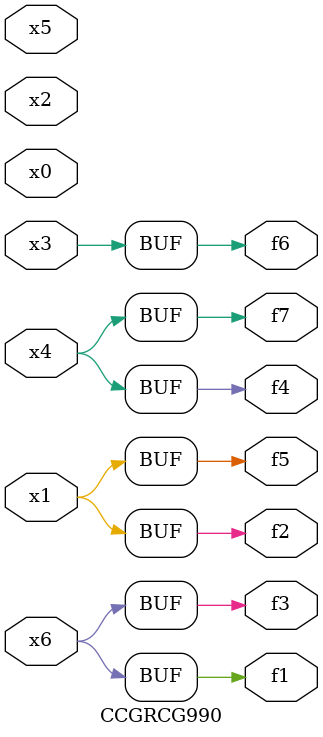
<source format=v>
module CCGRCG990(
	input x0, x1, x2, x3, x4, x5, x6,
	output f1, f2, f3, f4, f5, f6, f7
);
	assign f1 = x6;
	assign f2 = x1;
	assign f3 = x6;
	assign f4 = x4;
	assign f5 = x1;
	assign f6 = x3;
	assign f7 = x4;
endmodule

</source>
